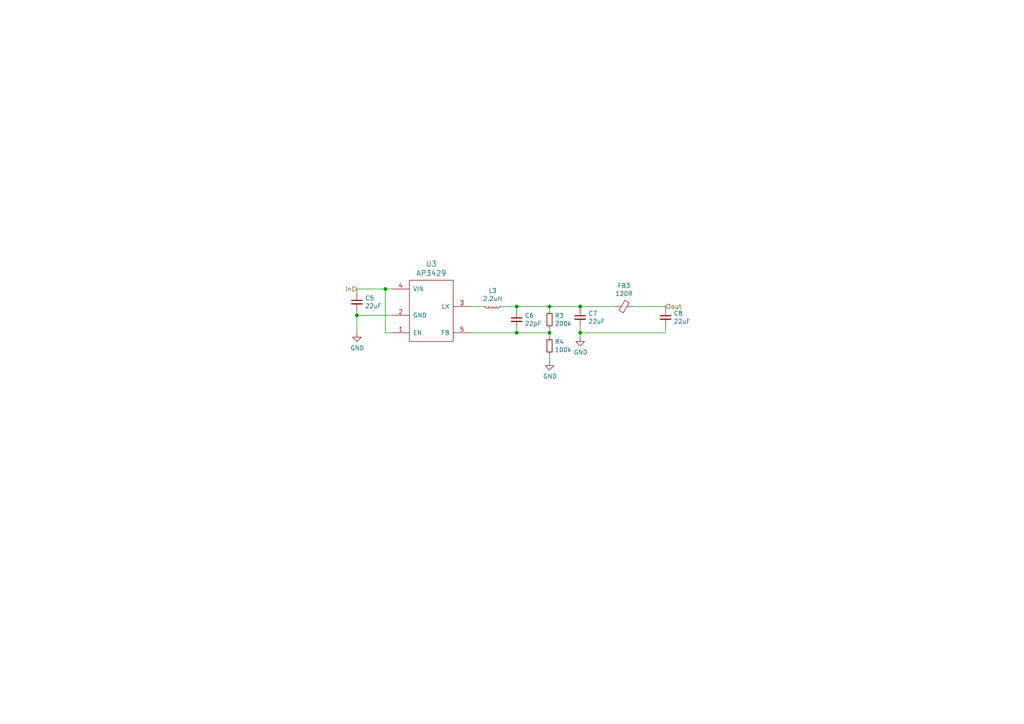
<source format=kicad_sch>
(kicad_sch (version 20211123) (generator eeschema)

  (uuid 24f7628d-681d-4f0e-8409-40a129e929d9)

  (paper "A4")

  (lib_symbols
    (symbol "Device:C_Small" (pin_numbers hide) (pin_names (offset 0.254) hide) (in_bom yes) (on_board yes)
      (property "Reference" "C" (id 0) (at 0.254 1.778 0)
        (effects (font (size 1.27 1.27)) (justify left))
      )
      (property "Value" "C_Small" (id 1) (at 0.254 -2.032 0)
        (effects (font (size 1.27 1.27)) (justify left))
      )
      (property "Footprint" "" (id 2) (at 0 0 0)
        (effects (font (size 1.27 1.27)) hide)
      )
      (property "Datasheet" "~" (id 3) (at 0 0 0)
        (effects (font (size 1.27 1.27)) hide)
      )
      (property "ki_keywords" "capacitor cap" (id 4) (at 0 0 0)
        (effects (font (size 1.27 1.27)) hide)
      )
      (property "ki_description" "Unpolarized capacitor, small symbol" (id 5) (at 0 0 0)
        (effects (font (size 1.27 1.27)) hide)
      )
      (property "ki_fp_filters" "C_*" (id 6) (at 0 0 0)
        (effects (font (size 1.27 1.27)) hide)
      )
      (symbol "C_Small_0_1"
        (polyline
          (pts
            (xy -1.524 -0.508)
            (xy 1.524 -0.508)
          )
          (stroke (width 0.3302) (type default) (color 0 0 0 0))
          (fill (type none))
        )
        (polyline
          (pts
            (xy -1.524 0.508)
            (xy 1.524 0.508)
          )
          (stroke (width 0.3048) (type default) (color 0 0 0 0))
          (fill (type none))
        )
      )
      (symbol "C_Small_1_1"
        (pin passive line (at 0 2.54 270) (length 2.032)
          (name "~" (effects (font (size 1.27 1.27))))
          (number "1" (effects (font (size 1.27 1.27))))
        )
        (pin passive line (at 0 -2.54 90) (length 2.032)
          (name "~" (effects (font (size 1.27 1.27))))
          (number "2" (effects (font (size 1.27 1.27))))
        )
      )
    )
    (symbol "Device:Ferrite_Bead_Small" (pin_numbers hide) (pin_names (offset 0)) (in_bom yes) (on_board yes)
      (property "Reference" "FB" (id 0) (at 1.905 1.27 0)
        (effects (font (size 1.27 1.27)) (justify left))
      )
      (property "Value" "Device_Ferrite_Bead_Small" (id 1) (at 1.905 -1.27 0)
        (effects (font (size 1.27 1.27)) (justify left))
      )
      (property "Footprint" "" (id 2) (at -1.778 0 90)
        (effects (font (size 1.27 1.27)) hide)
      )
      (property "Datasheet" "" (id 3) (at 0 0 0)
        (effects (font (size 1.27 1.27)) hide)
      )
      (property "ki_fp_filters" "Inductor_* L_* *Ferrite*" (id 4) (at 0 0 0)
        (effects (font (size 1.27 1.27)) hide)
      )
      (symbol "Ferrite_Bead_Small_0_1"
        (polyline
          (pts
            (xy 0 -1.27)
            (xy 0 -0.7874)
          )
          (stroke (width 0) (type default) (color 0 0 0 0))
          (fill (type none))
        )
        (polyline
          (pts
            (xy 0 0.889)
            (xy 0 1.2954)
          )
          (stroke (width 0) (type default) (color 0 0 0 0))
          (fill (type none))
        )
        (polyline
          (pts
            (xy -1.8288 0.2794)
            (xy -1.1176 1.4986)
            (xy 1.8288 -0.2032)
            (xy 1.1176 -1.4224)
            (xy -1.8288 0.2794)
          )
          (stroke (width 0) (type default) (color 0 0 0 0))
          (fill (type none))
        )
      )
      (symbol "Ferrite_Bead_Small_1_1"
        (pin passive line (at 0 2.54 270) (length 1.27)
          (name "~" (effects (font (size 1.27 1.27))))
          (number "1" (effects (font (size 1.27 1.27))))
        )
        (pin passive line (at 0 -2.54 90) (length 1.27)
          (name "~" (effects (font (size 1.27 1.27))))
          (number "2" (effects (font (size 1.27 1.27))))
        )
      )
    )
    (symbol "Device:L_Small" (pin_numbers hide) (pin_names (offset 0.254) hide) (in_bom yes) (on_board yes)
      (property "Reference" "L" (id 0) (at 0.762 1.016 0)
        (effects (font (size 1.27 1.27)) (justify left))
      )
      (property "Value" "L_Small" (id 1) (at 0.762 -1.016 0)
        (effects (font (size 1.27 1.27)) (justify left))
      )
      (property "Footprint" "" (id 2) (at 0 0 0)
        (effects (font (size 1.27 1.27)) hide)
      )
      (property "Datasheet" "~" (id 3) (at 0 0 0)
        (effects (font (size 1.27 1.27)) hide)
      )
      (property "ki_keywords" "inductor choke coil reactor magnetic" (id 4) (at 0 0 0)
        (effects (font (size 1.27 1.27)) hide)
      )
      (property "ki_description" "Inductor, small symbol" (id 5) (at 0 0 0)
        (effects (font (size 1.27 1.27)) hide)
      )
      (property "ki_fp_filters" "Choke_* *Coil* Inductor_* L_*" (id 6) (at 0 0 0)
        (effects (font (size 1.27 1.27)) hide)
      )
      (symbol "L_Small_0_1"
        (arc (start 0 -2.032) (mid 0.508 -1.524) (end 0 -1.016)
          (stroke (width 0) (type default) (color 0 0 0 0))
          (fill (type none))
        )
        (arc (start 0 -1.016) (mid 0.508 -0.508) (end 0 0)
          (stroke (width 0) (type default) (color 0 0 0 0))
          (fill (type none))
        )
        (arc (start 0 0) (mid 0.508 0.508) (end 0 1.016)
          (stroke (width 0) (type default) (color 0 0 0 0))
          (fill (type none))
        )
        (arc (start 0 1.016) (mid 0.508 1.524) (end 0 2.032)
          (stroke (width 0) (type default) (color 0 0 0 0))
          (fill (type none))
        )
      )
      (symbol "L_Small_1_1"
        (pin passive line (at 0 2.54 270) (length 0.508)
          (name "~" (effects (font (size 1.27 1.27))))
          (number "1" (effects (font (size 1.27 1.27))))
        )
        (pin passive line (at 0 -2.54 90) (length 0.508)
          (name "~" (effects (font (size 1.27 1.27))))
          (number "2" (effects (font (size 1.27 1.27))))
        )
      )
    )
    (symbol "Device:R_Small" (pin_numbers hide) (pin_names (offset 0.254) hide) (in_bom yes) (on_board yes)
      (property "Reference" "R" (id 0) (at 0.762 0.508 0)
        (effects (font (size 1.27 1.27)) (justify left))
      )
      (property "Value" "R_Small" (id 1) (at 0.762 -1.016 0)
        (effects (font (size 1.27 1.27)) (justify left))
      )
      (property "Footprint" "" (id 2) (at 0 0 0)
        (effects (font (size 1.27 1.27)) hide)
      )
      (property "Datasheet" "~" (id 3) (at 0 0 0)
        (effects (font (size 1.27 1.27)) hide)
      )
      (property "ki_keywords" "R resistor" (id 4) (at 0 0 0)
        (effects (font (size 1.27 1.27)) hide)
      )
      (property "ki_description" "Resistor, small symbol" (id 5) (at 0 0 0)
        (effects (font (size 1.27 1.27)) hide)
      )
      (property "ki_fp_filters" "R_*" (id 6) (at 0 0 0)
        (effects (font (size 1.27 1.27)) hide)
      )
      (symbol "R_Small_0_1"
        (rectangle (start -0.762 1.778) (end 0.762 -1.778)
          (stroke (width 0.2032) (type default) (color 0 0 0 0))
          (fill (type none))
        )
      )
      (symbol "R_Small_1_1"
        (pin passive line (at 0 2.54 270) (length 0.762)
          (name "~" (effects (font (size 1.27 1.27))))
          (number "1" (effects (font (size 1.27 1.27))))
        )
        (pin passive line (at 0 -2.54 90) (length 0.762)
          (name "~" (effects (font (size 1.27 1.27))))
          (number "2" (effects (font (size 1.27 1.27))))
        )
      )
    )
    (symbol "local:AP3429" (pin_names (offset 1.016)) (in_bom yes) (on_board yes)
      (property "Reference" "U" (id 0) (at -2.54 12.7 0)
        (effects (font (size 1.524 1.524)))
      )
      (property "Value" "AP3429" (id 1) (at 0 10.16 0)
        (effects (font (size 1.524 1.524)))
      )
      (property "Footprint" "Package_TO_SOT_SMD:TSOT-23-5" (id 2) (at 0 0 0)
        (effects (font (size 1.524 1.524)) hide)
      )
      (property "Datasheet" "" (id 3) (at 0 0 0)
        (effects (font (size 1.524 1.524)) hide)
      )
      (symbol "AP3429_0_1"
        (rectangle (start -5.08 7.62) (end 7.62 -10.16)
          (stroke (width 0) (type default) (color 0 0 0 0))
          (fill (type none))
        )
        (pin input line (at -10.16 -7.62 0) (length 5.08)
          (name "EN" (effects (font (size 1.27 1.27))))
          (number "1" (effects (font (size 1.27 1.27))))
        )
        (pin output line (at 12.7 0 180) (length 5.08)
          (name "LX" (effects (font (size 1.27 1.27))))
          (number "3" (effects (font (size 1.27 1.27))))
        )
        (pin input line (at 12.7 -7.62 180) (length 5.08)
          (name "FB" (effects (font (size 1.27 1.27))))
          (number "5" (effects (font (size 1.27 1.27))))
        )
      )
      (symbol "AP3429_1_1"
        (pin power_in line (at -10.16 -2.54 0) (length 5.08)
          (name "GND" (effects (font (size 1.27 1.27))))
          (number "2" (effects (font (size 1.27 1.27))))
        )
        (pin power_in line (at -10.16 5.08 0) (length 5.08)
          (name "VIN" (effects (font (size 1.27 1.27))))
          (number "4" (effects (font (size 1.27 1.27))))
        )
      )
    )
    (symbol "power:GND" (power) (pin_names (offset 0)) (in_bom yes) (on_board yes)
      (property "Reference" "#PWR" (id 0) (at 0 -6.35 0)
        (effects (font (size 1.27 1.27)) hide)
      )
      (property "Value" "GND" (id 1) (at 0 -3.81 0)
        (effects (font (size 1.27 1.27)))
      )
      (property "Footprint" "" (id 2) (at 0 0 0)
        (effects (font (size 1.27 1.27)) hide)
      )
      (property "Datasheet" "" (id 3) (at 0 0 0)
        (effects (font (size 1.27 1.27)) hide)
      )
      (property "ki_keywords" "power-flag" (id 4) (at 0 0 0)
        (effects (font (size 1.27 1.27)) hide)
      )
      (property "ki_description" "Power symbol creates a global label with name \"GND\" , ground" (id 5) (at 0 0 0)
        (effects (font (size 1.27 1.27)) hide)
      )
      (symbol "GND_0_1"
        (polyline
          (pts
            (xy 0 0)
            (xy 0 -1.27)
            (xy 1.27 -1.27)
            (xy 0 -2.54)
            (xy -1.27 -1.27)
            (xy 0 -1.27)
          )
          (stroke (width 0) (type default) (color 0 0 0 0))
          (fill (type none))
        )
      )
      (symbol "GND_1_1"
        (pin power_in line (at 0 0 270) (length 0) hide
          (name "GND" (effects (font (size 1.27 1.27))))
          (number "1" (effects (font (size 1.27 1.27))))
        )
      )
    )
  )

  (junction (at 149.86 88.9) (diameter 0) (color 0 0 0 0)
    (uuid 4f66b314-0f62-4fb6-8c3c-f9c6a75cd3ec)
  )
  (junction (at 168.275 88.9) (diameter 0) (color 0 0 0 0)
    (uuid 5ca4be1c-537e-4a4a-b344-d0c8ffde8546)
  )
  (junction (at 149.86 96.52) (diameter 0) (color 0 0 0 0)
    (uuid 60dcd1fe-7079-4cb8-b509-04558ccf5097)
  )
  (junction (at 168.275 96.52) (diameter 0) (color 0 0 0 0)
    (uuid 7cee474b-af8f-4832-b07a-c43c1ab0b464)
  )
  (junction (at 159.385 88.9) (diameter 0) (color 0 0 0 0)
    (uuid 7d928d56-093a-4ca8-aed1-414b7e703b45)
  )
  (junction (at 103.505 91.44) (diameter 0) (color 0 0 0 0)
    (uuid bd065eaf-e495-4837-bdb3-129934de1fc7)
  )
  (junction (at 159.385 96.52) (diameter 0) (color 0 0 0 0)
    (uuid c5eb1e4c-ce83-470e-8f32-e20ff1f886a3)
  )
  (junction (at 111.76 83.82) (diameter 0) (color 0 0 0 0)
    (uuid db36f6e3-e72a-487f-bda9-88cc84536f62)
  )

  (wire (pts (xy 159.385 88.9) (xy 168.275 88.9))
    (stroke (width 0) (type default) (color 0 0 0 0))
    (uuid 01e9b6e7-adf9-4ee7-9447-a588630ee4a2)
  )
  (wire (pts (xy 111.76 96.52) (xy 111.76 83.82))
    (stroke (width 0) (type default) (color 0 0 0 0))
    (uuid 16a9ae8c-3ad2-439b-8efe-377c994670c7)
  )
  (wire (pts (xy 149.86 88.9) (xy 159.385 88.9))
    (stroke (width 0) (type default) (color 0 0 0 0))
    (uuid 16bd6381-8ac0-4bf2-9dce-ecc20c724b8d)
  )
  (wire (pts (xy 140.335 88.9) (xy 136.525 88.9))
    (stroke (width 0) (type default) (color 0 0 0 0))
    (uuid 1f3003e6-dce5-420f-906b-3f1e92b67249)
  )
  (wire (pts (xy 103.505 85.09) (xy 103.505 83.82))
    (stroke (width 0) (type default) (color 0 0 0 0))
    (uuid 40976bf0-19de-460f-ad64-224d4f51e16b)
  )
  (wire (pts (xy 159.385 95.25) (xy 159.385 96.52))
    (stroke (width 0) (type default) (color 0 0 0 0))
    (uuid 4a21e717-d46d-4d9e-8b98-af4ecb02d3ec)
  )
  (wire (pts (xy 178.435 88.9) (xy 168.275 88.9))
    (stroke (width 0) (type default) (color 0 0 0 0))
    (uuid 57c0c267-8bf9-4cc7-b734-d71a239ac313)
  )
  (wire (pts (xy 103.505 96.52) (xy 103.505 91.44))
    (stroke (width 0) (type default) (color 0 0 0 0))
    (uuid 5bcace5d-edd0-4e19-92d0-835e43cf8eb2)
  )
  (wire (pts (xy 149.86 88.9) (xy 149.86 90.17))
    (stroke (width 0) (type default) (color 0 0 0 0))
    (uuid 68877d35-b796-44db-9124-b8e744e7412e)
  )
  (wire (pts (xy 168.275 94.615) (xy 168.275 96.52))
    (stroke (width 0) (type default) (color 0 0 0 0))
    (uuid 6ec113ca-7d27-4b14-a180-1e5e2fd1c167)
  )
  (wire (pts (xy 193.04 88.9) (xy 193.04 89.535))
    (stroke (width 0) (type default) (color 0 0 0 0))
    (uuid 730b670c-9bcf-4dcd-9a8d-fcaa61fb0955)
  )
  (wire (pts (xy 113.665 96.52) (xy 111.76 96.52))
    (stroke (width 0) (type default) (color 0 0 0 0))
    (uuid 770ad51a-7219-4633-b24a-bd20feb0a6c5)
  )
  (wire (pts (xy 136.525 96.52) (xy 149.86 96.52))
    (stroke (width 0) (type default) (color 0 0 0 0))
    (uuid 8412992d-8754-44de-9e08-115cec1a3eff)
  )
  (wire (pts (xy 168.275 96.52) (xy 168.275 97.79))
    (stroke (width 0) (type default) (color 0 0 0 0))
    (uuid 853ee787-6e2c-4f32-bc75-6c17337dd3d5)
  )
  (wire (pts (xy 159.385 96.52) (xy 159.385 97.79))
    (stroke (width 0) (type default) (color 0 0 0 0))
    (uuid 85b7594c-358f-454b-b2ad-dd0b1d67ed76)
  )
  (wire (pts (xy 183.515 88.9) (xy 193.04 88.9))
    (stroke (width 0) (type default) (color 0 0 0 0))
    (uuid 8a650ebf-3f78-4ca4-a26b-a5028693e36d)
  )
  (wire (pts (xy 103.505 91.44) (xy 103.505 90.17))
    (stroke (width 0) (type default) (color 0 0 0 0))
    (uuid 8c514922-ffe1-4e37-a260-e807409f2e0d)
  )
  (wire (pts (xy 168.275 96.52) (xy 193.04 96.52))
    (stroke (width 0) (type default) (color 0 0 0 0))
    (uuid 9cb12cc8-7f1a-4a01-9256-c119f11a8a02)
  )
  (wire (pts (xy 159.385 88.9) (xy 159.385 90.17))
    (stroke (width 0) (type default) (color 0 0 0 0))
    (uuid a5cd8da1-8f7f-4f80-bb23-0317de562222)
  )
  (wire (pts (xy 193.04 94.615) (xy 193.04 96.52))
    (stroke (width 0) (type default) (color 0 0 0 0))
    (uuid abe07c9a-17c3-43b5-b7a6-ae867ac27ea7)
  )
  (wire (pts (xy 159.385 104.775) (xy 159.385 102.87))
    (stroke (width 0) (type default) (color 0 0 0 0))
    (uuid b7199d9b-bebb-4100-9ad3-c2bd31e21d65)
  )
  (wire (pts (xy 113.665 91.44) (xy 103.505 91.44))
    (stroke (width 0) (type default) (color 0 0 0 0))
    (uuid c25a772d-af9c-4ebc-96f6-0966738c13a8)
  )
  (wire (pts (xy 145.415 88.9) (xy 149.86 88.9))
    (stroke (width 0) (type default) (color 0 0 0 0))
    (uuid c332fa55-4168-4f55-88a5-f82c7c21040b)
  )
  (wire (pts (xy 168.275 88.9) (xy 168.275 89.535))
    (stroke (width 0) (type default) (color 0 0 0 0))
    (uuid ca87f11b-5f48-4b57-8535-68d3ec2fe5a9)
  )
  (wire (pts (xy 149.86 96.52) (xy 149.86 95.25))
    (stroke (width 0) (type default) (color 0 0 0 0))
    (uuid df32840e-2912-4088-b54c-9a85f64c0265)
  )
  (wire (pts (xy 103.505 83.82) (xy 111.76 83.82))
    (stroke (width 0) (type default) (color 0 0 0 0))
    (uuid e21aa84b-970e-47cf-b64f-3b55ee0e1b51)
  )
  (wire (pts (xy 111.76 83.82) (xy 113.665 83.82))
    (stroke (width 0) (type default) (color 0 0 0 0))
    (uuid e4c6fdbb-fdc7-4ad4-a516-240d84cdc120)
  )
  (wire (pts (xy 149.86 96.52) (xy 159.385 96.52))
    (stroke (width 0) (type default) (color 0 0 0 0))
    (uuid ec31c074-17b2-48e1-ab01-071acad3fa04)
  )

  (hierarchical_label "out" (shape input) (at 193.04 88.9 0)
    (effects (font (size 1.27 1.27)) (justify left))
    (uuid 3e903008-0276-4a73-8edb-5d9dfde6297c)
  )
  (hierarchical_label "in" (shape input) (at 103.505 83.82 180)
    (effects (font (size 1.27 1.27)) (justify right))
    (uuid 75ffc65c-7132-4411-9f2a-ae0c73d79338)
  )

  (symbol (lib_id "local:AP3429") (at 123.825 88.9 0)
    (in_bom yes) (on_board yes)
    (uuid 00000000-0000-0000-0000-000060448aee)
    (property "Reference" "U3" (id 0) (at 125.095 76.5302 0)
      (effects (font (size 1.524 1.524)))
    )
    (property "Value" "AP3429" (id 1) (at 125.095 79.2226 0)
      (effects (font (size 1.524 1.524)))
    )
    (property "Footprint" "Package_TO_SOT_SMD:TSOT-23-5" (id 2) (at 123.825 88.9 0)
      (effects (font (size 1.524 1.524)) hide)
    )
    (property "Datasheet" "" (id 3) (at 123.825 88.9 0)
      (effects (font (size 1.524 1.524)) hide)
    )
    (property "MPN" "AP3429AKTTR-G1" (id 4) (at 123.825 88.9 0)
      (effects (font (size 1.27 1.27)) hide)
    )
    (pin "1" (uuid 8b4bbfe7-6990-443b-b0a8-e1a1f39a1f48))
    (pin "3" (uuid cd2a1057-ec20-4708-a21a-458c10ff5984))
    (pin "5" (uuid 9d93fd14-31e5-4983-bf0f-44596f504aee))
    (pin "2" (uuid 0136c0ec-70d9-474a-be30-92d8dfdfce28))
    (pin "4" (uuid 13dd0232-95a2-42f8-9c96-74cf5382b301))
  )

  (symbol (lib_id "Device:C_Small") (at 103.505 87.63 0)
    (in_bom yes) (on_board yes)
    (uuid 00000000-0000-0000-0000-000060448af4)
    (property "Reference" "C5" (id 0) (at 105.8418 86.4616 0)
      (effects (font (size 1.27 1.27)) (justify left))
    )
    (property "Value" "22uF" (id 1) (at 105.8418 88.773 0)
      (effects (font (size 1.27 1.27)) (justify left))
    )
    (property "Footprint" "Capacitor_SMD:C_0603_1608Metric" (id 2) (at 103.505 87.63 0)
      (effects (font (size 1.27 1.27)) hide)
    )
    (property "Datasheet" "~" (id 3) (at 103.505 87.63 0)
      (effects (font (size 1.27 1.27)) hide)
    )
    (pin "1" (uuid c196771a-fa22-4343-a89f-be4540560780))
    (pin "2" (uuid 74f47963-f4f3-4bc3-bb62-89b4b1b43959))
  )

  (symbol (lib_id "Device:C_Small") (at 168.275 92.075 0)
    (in_bom yes) (on_board yes)
    (uuid 00000000-0000-0000-0000-000060448afa)
    (property "Reference" "C7" (id 0) (at 170.6118 90.9066 0)
      (effects (font (size 1.27 1.27)) (justify left))
    )
    (property "Value" "22uF" (id 1) (at 170.6118 93.218 0)
      (effects (font (size 1.27 1.27)) (justify left))
    )
    (property "Footprint" "Capacitor_SMD:C_0603_1608Metric" (id 2) (at 168.275 92.075 0)
      (effects (font (size 1.27 1.27)) hide)
    )
    (property "Datasheet" "~" (id 3) (at 168.275 92.075 0)
      (effects (font (size 1.27 1.27)) hide)
    )
    (pin "1" (uuid d71c39ef-e72b-4588-87df-46785802e4ef))
    (pin "2" (uuid 1a97ead2-7589-4551-b2d9-de162cb5deac))
  )

  (symbol (lib_id "Device:C_Small") (at 193.04 92.075 0)
    (in_bom yes) (on_board yes)
    (uuid 00000000-0000-0000-0000-000060448b00)
    (property "Reference" "C8" (id 0) (at 195.3768 90.9066 0)
      (effects (font (size 1.27 1.27)) (justify left))
    )
    (property "Value" "22uF" (id 1) (at 195.3768 93.218 0)
      (effects (font (size 1.27 1.27)) (justify left))
    )
    (property "Footprint" "Capacitor_SMD:C_0603_1608Metric" (id 2) (at 193.04 92.075 0)
      (effects (font (size 1.27 1.27)) hide)
    )
    (property "Datasheet" "~" (id 3) (at 193.04 92.075 0)
      (effects (font (size 1.27 1.27)) hide)
    )
    (pin "1" (uuid fe69c541-b817-46c3-b3ca-ef121552e606))
    (pin "2" (uuid 6713ba45-eb26-46ab-8e01-8c828003790e))
  )

  (symbol (lib_id "Device:L_Small") (at 142.875 88.9 270)
    (in_bom yes) (on_board yes)
    (uuid 00000000-0000-0000-0000-000060448b0b)
    (property "Reference" "L3" (id 0) (at 142.875 84.3026 90))
    (property "Value" "2.2uH" (id 1) (at 142.875 86.614 90))
    (property "Footprint" "Inductor_SMD:L_Taiyo-Yuden_NR-50xx" (id 2) (at 142.875 88.9 0)
      (effects (font (size 1.27 1.27)) hide)
    )
    (property "Datasheet" "~" (id 3) (at 142.875 88.9 0)
      (effects (font (size 1.27 1.27)) hide)
    )
    (property "MPN" "NRS5030T2R2NMGJ" (id 4) (at 142.875 88.9 0)
      (effects (font (size 1.27 1.27)) hide)
    )
    (pin "1" (uuid dec3a3fc-aac1-4ba5-87a4-0f7cc72565ee))
    (pin "2" (uuid a63c0fbf-5851-4684-8419-7888ab437e7b))
  )

  (symbol (lib_id "Device:C_Small") (at 149.86 92.71 0)
    (in_bom yes) (on_board yes)
    (uuid 00000000-0000-0000-0000-000060448b12)
    (property "Reference" "C6" (id 0) (at 152.1968 91.5416 0)
      (effects (font (size 1.27 1.27)) (justify left))
    )
    (property "Value" "22pF" (id 1) (at 152.1968 93.853 0)
      (effects (font (size 1.27 1.27)) (justify left))
    )
    (property "Footprint" "Capacitor_SMD:C_0402_1005Metric" (id 2) (at 149.86 92.71 0)
      (effects (font (size 1.27 1.27)) hide)
    )
    (property "Datasheet" "~" (id 3) (at 149.86 92.71 0)
      (effects (font (size 1.27 1.27)) hide)
    )
    (pin "1" (uuid 8c478b8f-2e77-473c-ba8c-4028e2f60fc1))
    (pin "2" (uuid 7f1a57b2-dba0-48a2-a2c3-8869c69377cc))
  )

  (symbol (lib_id "Device:R_Small") (at 159.385 92.71 0)
    (in_bom yes) (on_board yes)
    (uuid 00000000-0000-0000-0000-000060448b1c)
    (property "Reference" "R3" (id 0) (at 160.8836 91.5416 0)
      (effects (font (size 1.27 1.27)) (justify left))
    )
    (property "Value" "200k" (id 1) (at 160.8836 93.853 0)
      (effects (font (size 1.27 1.27)) (justify left))
    )
    (property "Footprint" "Capacitor_SMD:C_0402_1005Metric" (id 2) (at 159.385 92.71 0)
      (effects (font (size 1.27 1.27)) hide)
    )
    (property "Datasheet" "~" (id 3) (at 159.385 92.71 0)
      (effects (font (size 1.27 1.27)) hide)
    )
    (pin "1" (uuid 2150e35f-bddb-46e5-a853-9afc71c0830d))
    (pin "2" (uuid ebeeec6e-78d4-4657-a845-c0d00b5092fb))
  )

  (symbol (lib_id "Device:R_Small") (at 159.385 100.33 0)
    (in_bom yes) (on_board yes)
    (uuid 00000000-0000-0000-0000-000060448b22)
    (property "Reference" "R4" (id 0) (at 160.8836 99.1616 0)
      (effects (font (size 1.27 1.27)) (justify left))
    )
    (property "Value" "100k" (id 1) (at 160.8836 101.473 0)
      (effects (font (size 1.27 1.27)) (justify left))
    )
    (property "Footprint" "Capacitor_SMD:C_0402_1005Metric" (id 2) (at 159.385 100.33 0)
      (effects (font (size 1.27 1.27)) hide)
    )
    (property "Datasheet" "~" (id 3) (at 159.385 100.33 0)
      (effects (font (size 1.27 1.27)) hide)
    )
    (pin "1" (uuid c17299c3-8f60-4082-9be0-bbabc66e38fd))
    (pin "2" (uuid 0f0206cf-2d8e-4577-887b-0cfe0e613291))
  )

  (symbol (lib_id "power:GND") (at 159.385 104.775 0)
    (in_bom yes) (on_board yes)
    (uuid 00000000-0000-0000-0000-000060448b39)
    (property "Reference" "#PWR0105" (id 0) (at 159.385 111.125 0)
      (effects (font (size 1.27 1.27)) hide)
    )
    (property "Value" "GND" (id 1) (at 159.512 109.1692 0))
    (property "Footprint" "" (id 2) (at 159.385 104.775 0)
      (effects (font (size 1.27 1.27)) hide)
    )
    (property "Datasheet" "" (id 3) (at 159.385 104.775 0)
      (effects (font (size 1.27 1.27)) hide)
    )
    (pin "1" (uuid f6bbcec5-47eb-4924-a608-c6c5ca5e14ea))
  )

  (symbol (lib_id "power:GND") (at 168.275 97.79 0)
    (in_bom yes) (on_board yes)
    (uuid 00000000-0000-0000-0000-000060448b44)
    (property "Reference" "#PWR0106" (id 0) (at 168.275 104.14 0)
      (effects (font (size 1.27 1.27)) hide)
    )
    (property "Value" "GND" (id 1) (at 168.402 102.1842 0))
    (property "Footprint" "" (id 2) (at 168.275 97.79 0)
      (effects (font (size 1.27 1.27)) hide)
    )
    (property "Datasheet" "" (id 3) (at 168.275 97.79 0)
      (effects (font (size 1.27 1.27)) hide)
    )
    (pin "1" (uuid fb029c22-7d39-4981-a13e-e10ef0fdc1f4))
  )

  (symbol (lib_id "power:GND") (at 103.505 96.52 0)
    (in_bom yes) (on_board yes)
    (uuid 00000000-0000-0000-0000-000060448b4c)
    (property "Reference" "#PWR0107" (id 0) (at 103.505 102.87 0)
      (effects (font (size 1.27 1.27)) hide)
    )
    (property "Value" "GND" (id 1) (at 103.632 100.9142 0))
    (property "Footprint" "" (id 2) (at 103.505 96.52 0)
      (effects (font (size 1.27 1.27)) hide)
    )
    (property "Datasheet" "" (id 3) (at 103.505 96.52 0)
      (effects (font (size 1.27 1.27)) hide)
    )
    (pin "1" (uuid b9a7d334-64e3-47dd-92cf-53ae82e6bd02))
  )

  (symbol (lib_id "Device:Ferrite_Bead_Small") (at 180.975 88.9 270)
    (in_bom yes) (on_board yes)
    (uuid 00000000-0000-0000-0000-000060b6203f)
    (property "Reference" "FB3" (id 0) (at 180.975 82.8802 90))
    (property "Value" "120R" (id 1) (at 180.975 85.1916 90))
    (property "Footprint" "Resistor_SMD:R_0603_1608Metric" (id 2) (at 180.975 87.122 90)
      (effects (font (size 1.27 1.27)) hide)
    )
    (property "Datasheet" "~" (id 3) (at 180.975 88.9 0)
      (effects (font (size 1.27 1.27)) hide)
    )
    (pin "1" (uuid 1356d170-968b-4fc1-8f7d-15abadb14d85))
    (pin "2" (uuid de6821ef-8258-4a6c-bf3c-f9a6698c97fe))
  )
)

</source>
